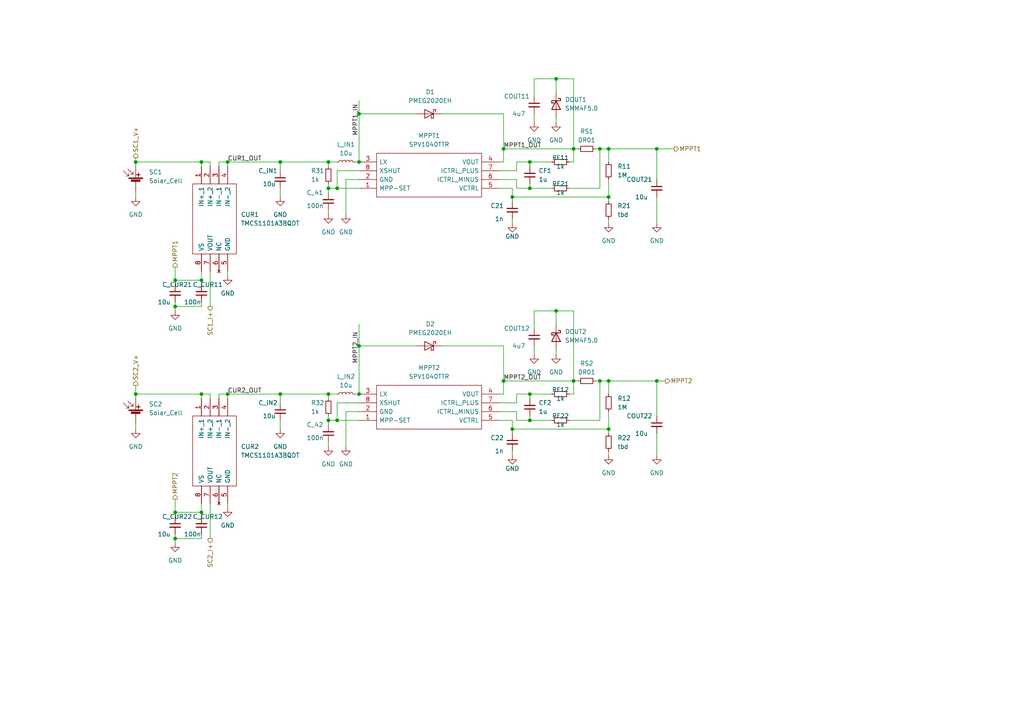
<source format=kicad_sch>
(kicad_sch (version 20211123) (generator eeschema)
  (paper "A4")
  (lib_symbols
    (symbol "Device:C_Small" (pin_numbers hide) (pin_names (offset 0.254) hide)
      (property "Reference" "C" (at 0.254 1.778 0))
      (property "Value" "C_Small" (at 0.254 -2.032 0))
      (symbol "C_Small_0_1"
        (polyline (pts (xy -1.524 -0.508) (xy 1.524 -0.508)) (stroke (width 0.3302)))
        (polyline (pts (xy -1.524 0.508) (xy 1.524 0.508)) (stroke (width 0.3048)))
      )
      (symbol "C_Small_1_1"
        (pin passive line (at 0 2.54 270) (length 2.032) (name "~") (number "1"))
        (pin passive line (at 0 -2.54 90) (length 2.032) (name "~") (number "2"))
      )
    )
    (symbol "Device:D_Schottky" (pin_numbers hide) (pin_names (offset 1.016) hide)
      (property "Reference" "D" (at 0 2.54 0))
      (property "Value" "D_Schottky" (at 0 -2.54 0))
      (symbol "D_Schottky_0_1"
        (polyline (pts (xy 1.27 0) (xy -1.27 0)))
        (polyline (pts (xy 1.27 1.27) (xy 1.27 -1.27) (xy -1.27 0) (xy 1.27 1.27)) (stroke (width 0.254)))
        (polyline (pts (xy -1.905 0.635) (xy -1.905 1.27) (xy -1.27 1.27) (xy -1.27 -1.27) (xy -0.635 -1.27) (xy -0.635 -0.635)) (stroke (width 0.254)))
      )
      (symbol "D_Schottky_1_1"
        (pin passive line (at -3.81 0 0) (length 2.54) (name "K") (number "1"))
        (pin passive line (at 3.81 0 180) (length 2.54) (name "A") (number "2"))
      )
    )
    (symbol "Device:L_Small" (pin_numbers hide) (pin_names (offset 0.254) hide)
      (property "Reference" "L" (at 0.762 1.016 0))
      (property "Value" "L_Small" (at 0.762 -1.016 0))
      (symbol "L_Small_0_1"
        (arc (start 0 -2.032) (mid 0.508 -1.524) (end 0 -1.016))
        (arc (start 0 -1.016) (mid 0.508 -0.508) (end 0 0))
        (arc (start 0 0) (mid 0.508 0.508) (end 0 1.016))
        (arc (start 0 1.016) (mid 0.508 1.524) (end 0 2.032))
      )
      (symbol "L_Small_1_1"
        (pin passive line (at 0 2.54 270) (length 0.508) (name "~") (number "1"))
        (pin passive line (at 0 -2.54 90) (length 0.508) (name "~") (number "2"))
      )
    )
    (symbol "Device:R_Small" (pin_numbers hide) (pin_names (offset 0.254) hide)
      (property "Reference" "R" (at 0.762 0.508 0))
      (property "Value" "R_Small" (at 0.762 -1.016 0))
      (symbol "R_Small_0_1"
        (rectangle (start -0.762 1.778) (end 0.762 -1.778) (stroke (width 0.2032)))
      )
      (symbol "R_Small_1_1"
        (pin passive line (at 0 2.54 270) (length 0.762) (name "~") (number "1"))
        (pin passive line (at 0 -2.54 90) (length 0.762) (name "~") (number "2"))
      )
    )
    (symbol "Device:Solar_Cell" (pin_numbers hide) (pin_names (offset 0) hide)
      (property "Reference" "SC" (at 2.54 2.54 0))
      (property "Value" "Solar_Cell" (at 2.54 0 0))
      (symbol "Solar_Cell_0_1"
        (rectangle (start -2.032 1.778) (end 2.032 1.524) (fill (type outline)))
        (rectangle (start -1.3208 1.1938) (end 1.27 0.6858) (fill (type outline)))
        (polyline (pts (xy -2.032 2.286) (xy -3.556 3.81)))
        (polyline (pts (xy -0.762 2.794) (xy -2.286 4.318)))
        (polyline (pts (xy 0 0.762) (xy 0 0)))
        (polyline (pts (xy 0 1.778) (xy 0 2.54)))
        (polyline (pts (xy 0.254 2.667) (xy 1.27 2.667)) (stroke (width 0.254)))
        (polyline (pts (xy 0.762 3.175) (xy 0.762 2.159)) (stroke (width 0.254)))
        (polyline (pts (xy -2.032 3.048) (xy -2.032 2.286) (xy -2.794 2.286)))
        (polyline (pts (xy -0.762 3.556) (xy -0.762 2.794) (xy -1.524 2.794)))
      )
      (symbol "Solar_Cell_1_1"
        (pin passive line (at 0 5.08 270) (length 2.54) (name "+") (number "1"))
        (pin passive line (at 0 -2.54 90) (length 2.54) (name "-") (number "2"))
      )
    )
    (symbol "Diode:PMEG2020EH" (pin_numbers hide) (pin_names hide)
      (property "Reference" "D" (at 0 2.54 0))
      (property "Value" "PMEG2020EH" (at 0 -2.54 0))
      (symbol "PMEG2020EH_0_1"
        (polyline (pts (xy 1.27 0) (xy -1.27 0)))
        (polyline (pts (xy 1.27 1.27) (xy 1.27 -1.27) (xy -1.27 0) (xy 1.27 1.27)) (stroke (width 0.2032)))
        (polyline (pts (xy -1.905 0.635) (xy -1.905 1.27) (xy -1.27 1.27) (xy -1.27 -1.27) (xy -0.635 -1.27) (xy -0.635 -0.635)) (stroke (width 0.2032)))
      )
      (symbol "PMEG2020EH_1_1"
        (pin passive line (at -3.81 0 0) (length 2.54) (name "K") (number "1"))
        (pin passive line (at 3.81 0 180) (length 2.54) (name "A") (number "2"))
      )
    )
    (symbol "SamacSys:SPV1040TTR" (pin_names (offset 0.762))
      (property "Reference" "IC?" (at 20.32 7.62 0))
      (property "Value" "SPV1040TTR" (at 20.32 5.08 0))
      (symbol "SPV1040TTR_0_0"
        (pin input line (at 0 -7.62 0) (length 5.08) (name "MPP-SET") (number "1"))
        (pin power_in line (at 0 -5.08 0) (length 5.08) (name "GND") (number "2"))
        (pin input line (at 0 0 0) (length 5.08) (name "LX") (number "3"))
        (pin output line (at 40.64 0 180) (length 5.08) (name "VOUT") (number "4"))
        (pin input line (at 40.64 -7.62 180) (length 5.08) (name "VCTRL") (number "5"))
        (pin input line (at 40.64 -5.08 180) (length 5.08) (name "ICTRL_MINUS") (number "6"))
        (pin input line (at 40.64 -2.54 180) (length 5.08) (name "ICTRL_PLUS") (number "7"))
        (pin input line (at 0 -2.54 0) (length 5.08) (name "XSHUT") (number "8"))
      )
      (symbol "SPV1040TTR_0_1"
        (polyline (pts (xy 5.08 2.54) (xy 35.56 2.54) (xy 35.56 -10.16) (xy 5.08 -10.16) (xy 5.08 2.54)) (stroke (width 0.1524)))
      )
    )
    (symbol "SamacSys_Parts:TMCS1101A3BQDT" (pin_names (offset 0.762))
      (property "Reference" "IC" (at 26.67 7.62 0))
      (property "Value" "TMCS1101A3BQDT" (at 26.67 5.08 0))
      (symbol "TMCS1101A3BQDT_0_0"
        (pin passive line (at 0 0 0) (length 5.08) (name "IN+_1") (number "1"))
        (pin passive line (at 0 -2.54 0) (length 5.08) (name "IN+_2") (number "2"))
        (pin passive line (at 0 -5.08 0) (length 5.08) (name "IN-_1") (number "3"))
        (pin passive line (at 0 -7.62 0) (length 5.08) (name "IN-_2") (number "4"))
        (pin passive line (at 30.48 -7.62 180) (length 5.08) (name "GND") (number "5"))
        (pin no_connect line (at 30.48 -5.08 180) (length 5.08) (name "NC") (number "6"))
        (pin passive line (at 30.48 -2.54 180) (length 5.08) (name "VOUT") (number "7"))
        (pin passive line (at 30.48 0 180) (length 5.08) (name "VS") (number "8"))
      )
      (symbol "TMCS1101A3BQDT_0_1"
        (polyline (pts (xy 5.08 2.54) (xy 25.4 2.54) (xy 25.4 -10.16) (xy 5.08 -10.16) (xy 5.08 2.54)) (stroke (width 0.1524)))
      )
    )
    (symbol "power:GND" (power) (pin_names (offset 0))
      (property "Value" "GND" (at 0 -3.81 0))
      (symbol "GND_0_1"
        (polyline (pts (xy 0 0) (xy 0 -1.27) (xy 1.27 -1.27) (xy 0 -2.54) (xy -1.27 -1.27) (xy 0 -1.27)))
      )
      (symbol "GND_1_1"
        (pin power_in line (at 0 0 270) (length 0) hide (name "GND") (number "1"))
      )
    )
  )
  (junction (at 58.42 148.59))
  (junction (at 104.14 46.99))
  (junction (at 166.37 110.49))
  (junction (at 176.53 57.15))
  (junction (at 95.25 121.92))
  (junction (at 97.79 121.92))
  (junction (at 190.5 43.18))
  (junction (at 153.67 46.99))
  (junction (at 104.14 33.02))
  (junction (at 58.42 81.28))
  (junction (at 97.79 54.61))
  (junction (at 166.37 43.18))
  (junction (at 148.59 57.15))
  (junction (at 58.42 46.99))
  (junction (at 190.5 110.49))
  (junction (at 66.04 46.99))
  (junction (at 173.99 43.18))
  (junction (at 50.8 88.9))
  (junction (at 153.67 114.3))
  (junction (at 153.67 121.92))
  (junction (at 153.67 54.61))
  (junction (at 39.37 46.99))
  (junction (at 146.05 110.49))
  (junction (at 176.53 124.46))
  (junction (at 95.25 46.99))
  (junction (at 50.8 81.28))
  (junction (at 176.53 110.49))
  (junction (at 50.8 148.59))
  (junction (at 58.42 114.3))
  (junction (at 148.59 124.46))
  (junction (at 81.28 114.3))
  (junction (at 81.28 46.99))
  (junction (at 173.99 110.49))
  (junction (at 66.04 114.3))
  (junction (at 146.05 43.18))
  (junction (at 104.14 100.33))
  (junction (at 95.25 114.3))
  (junction (at 95.25 54.61))
  (junction (at 161.29 22.86))
  (junction (at 104.14 114.3))
  (junction (at 176.53 43.18))
  (junction (at 39.37 114.3))
  (junction (at 50.8 156.21))
  (junction (at 161.29 90.17))
  (wire (pts (xy 39.37 46.99) (xy 39.37 48.26)))
  (wire (pts (xy 81.28 121.92) (xy 81.28 124.46)))
  (wire (pts (xy 165.1 54.61) (xy 173.99 54.61)))
  (wire (pts (xy 63.5 46.99) (xy 63.5 48.26)))
  (wire (pts (xy 50.8 156.21) (xy 58.42 156.21)))
  (wire (pts (xy 97.79 49.53) (xy 97.79 54.61)))
  (wire (pts (xy 97.79 116.84) (xy 97.79 121.92)))
  (wire (pts (xy 161.29 90.17) (xy 166.37 90.17)))
  (wire (pts (xy 153.67 121.92) (xy 153.67 120.65)))
  (wire (pts (xy 148.59 57.15) (xy 148.59 54.61)))
  (wire (pts (xy 50.8 156.21) (xy 50.8 157.48)))
  (wire (pts (xy 50.8 88.9) (xy 58.42 88.9)))
  (wire (pts (xy 128.27 100.33) (xy 146.05 100.33)))
  (wire (pts (xy 154.94 27.94) (xy 154.94 22.86)))
  (wire (pts (xy 153.67 46.99) (xy 160.02 46.99)))
  (wire (pts (xy 104.14 49.53) (xy 97.79 49.53)))
  (wire (pts (xy 148.59 124.46) (xy 148.59 121.92)))
  (wire (pts (xy 97.79 121.92) (xy 95.25 121.92)))
  (wire (pts (xy 95.25 114.3) (xy 97.79 114.3)))
  (wire (pts (xy 66.04 46.99) (xy 81.28 46.99)))
  (wire (pts (xy 95.25 54.61) (xy 95.25 55.88)))
  (wire (pts (xy 153.67 121.92) (xy 160.02 121.92)))
  (wire (pts (xy 153.67 46.99) (xy 149.86 46.99)))
  (wire (pts (xy 149.86 54.61) (xy 153.67 54.61)))
  (wire (pts (xy 161.29 34.29) (xy 161.29 35.56)))
  (wire (pts (xy 81.28 116.84) (xy 81.28 114.3)))
  (wire (pts (xy 104.14 119.38) (xy 100.33 119.38)))
  (wire (pts (xy 176.53 124.46) (xy 148.59 124.46)))
  (wire (pts (xy 166.37 114.3) (xy 165.1 114.3)))
  (wire (pts (xy 193.04 110.49) (xy 190.5 110.49)))
  (wire (pts (xy 58.42 114.3) (xy 60.96 114.3)))
  (wire (pts (xy 190.5 110.49) (xy 176.53 110.49)))
  (wire (pts (xy 149.86 119.38) (xy 149.86 121.92)))
  (wire (pts (xy 104.14 33.02) (xy 104.14 46.99)))
  (wire (pts (xy 166.37 43.18) (xy 167.64 43.18)))
  (wire (pts (xy 166.37 22.86) (xy 166.37 43.18)))
  (wire (pts (xy 50.8 81.28) (xy 50.8 82.55)))
  (wire (pts (xy 176.53 43.18) (xy 173.99 43.18)))
  (wire (pts (xy 144.78 52.07) (xy 149.86 52.07)))
  (wire (pts (xy 165.1 121.92) (xy 173.99 121.92)))
  (wire (pts (xy 81.28 49.53) (xy 81.28 46.99)))
  (wire (pts (xy 39.37 111.76) (xy 39.37 114.3)))
  (wire (pts (xy 95.25 114.3) (xy 95.25 115.57)))
  (wire (pts (xy 149.86 114.3) (xy 149.86 116.84)))
  (wire (pts (xy 154.94 33.02) (xy 154.94 35.56)))
  (wire (pts (xy 153.67 54.61) (xy 160.02 54.61)))
  (wire (pts (xy 104.14 121.92) (xy 97.79 121.92)))
  (wire (pts (xy 60.96 114.3) (xy 60.96 115.57)))
  (wire (pts (xy 161.29 22.86) (xy 161.29 26.67)))
  (wire (pts (xy 176.53 114.3) (xy 176.53 110.49)))
  (wire (pts (xy 190.5 125.73) (xy 190.5 132.08)))
  (wire (pts (xy 104.14 100.33) (xy 104.14 114.3)))
  (wire (pts (xy 166.37 110.49) (xy 167.64 110.49)))
  (wire (pts (xy 50.8 148.59) (xy 50.8 149.86)))
  (wire (pts (xy 60.96 46.99) (xy 60.96 48.26)))
  (wire (pts (xy 58.42 78.74) (xy 58.42 81.28)))
  (wire (pts (xy 58.42 154.94) (xy 58.42 156.21)))
  (wire (pts (xy 149.86 49.53) (xy 144.78 49.53)))
  (wire (pts (xy 154.94 95.25) (xy 154.94 90.17)))
  (wire (pts (xy 97.79 54.61) (xy 95.25 54.61)))
  (wire (pts (xy 58.42 87.63) (xy 58.42 88.9)))
  (wire (pts (xy 50.8 87.63) (xy 50.8 88.9)))
  (wire (pts (xy 172.72 110.49) (xy 173.99 110.49)))
  (wire (pts (xy 95.25 54.61) (xy 95.25 53.34)))
  (wire (pts (xy 95.25 128.27) (xy 95.25 129.54)))
  (wire (pts (xy 144.78 119.38) (xy 149.86 119.38)))
  (wire (pts (xy 58.42 146.05) (xy 58.42 148.59)))
  (wire (pts (xy 172.72 43.18) (xy 173.99 43.18)))
  (wire (pts (xy 66.04 78.74) (xy 66.04 80.01)))
  (wire (pts (xy 146.05 43.18) (xy 166.37 43.18)))
  (wire (pts (xy 58.42 46.99) (xy 60.96 46.99)))
  (wire (pts (xy 100.33 52.07) (xy 100.33 62.23)))
  (wire (pts (xy 153.67 114.3) (xy 160.02 114.3)))
  (wire (pts (xy 176.53 52.07) (xy 176.53 57.15)))
  (wire (pts (xy 144.78 54.61) (xy 148.59 54.61)))
  (wire (pts (xy 195.58 43.18) (xy 190.5 43.18)))
  (wire (pts (xy 166.37 110.49) (xy 166.37 114.3)))
  (wire (pts (xy 104.14 93.98) (xy 104.14 100.33)))
  (wire (pts (xy 104.14 100.33) (xy 120.65 100.33)))
  (wire (pts (xy 100.33 119.38) (xy 100.33 129.54)))
  (wire (pts (xy 161.29 22.86) (xy 166.37 22.86)))
  (wire (pts (xy 104.14 33.02) (xy 120.65 33.02)))
  (wire (pts (xy 63.5 114.3) (xy 63.5 115.57)))
  (wire (pts (xy 190.5 57.15) (xy 190.5 64.77)))
  (wire (pts (xy 153.67 115.57) (xy 153.67 114.3)))
  (wire (pts (xy 146.05 46.99) (xy 146.05 43.18)))
  (wire (pts (xy 190.5 110.49) (xy 190.5 120.65)))
  (wire (pts (xy 95.25 46.99) (xy 97.79 46.99)))
  (wire (pts (xy 153.67 54.61) (xy 153.67 53.34)))
  (wire (pts (xy 81.28 114.3) (xy 95.25 114.3)))
  (wire (pts (xy 58.42 148.59) (xy 58.42 149.86)))
  (wire (pts (xy 66.04 114.3) (xy 66.04 115.57)))
  (wire (pts (xy 146.05 100.33) (xy 146.05 110.49)))
  (wire (pts (xy 176.53 46.99) (xy 176.53 43.18)))
  (wire (pts (xy 95.25 60.96) (xy 95.25 62.23)))
  (wire (pts (xy 50.8 144.78) (xy 50.8 148.59)))
  (wire (pts (xy 60.96 146.05) (xy 60.96 156.21)))
  (wire (pts (xy 95.25 121.92) (xy 95.25 120.65)))
  (wire (pts (xy 190.5 43.18) (xy 176.53 43.18)))
  (wire (pts (xy 166.37 90.17) (xy 166.37 110.49)))
  (wire (pts (xy 153.67 48.26) (xy 153.67 46.99)))
  (wire (pts (xy 104.14 116.84) (xy 97.79 116.84)))
  (wire (pts (xy 148.59 132.08) (xy 148.59 130.81)))
  (wire (pts (xy 63.5 114.3) (xy 66.04 114.3)))
  (wire (pts (xy 50.8 148.59) (xy 58.42 148.59)))
  (wire (pts (xy 63.5 46.99) (xy 66.04 46.99)))
  (wire (pts (xy 39.37 45.72) (xy 39.37 46.99)))
  (wire (pts (xy 176.53 130.81) (xy 176.53 132.08)))
  (wire (pts (xy 190.5 43.18) (xy 190.5 52.07)))
  (wire (pts (xy 104.14 54.61) (xy 97.79 54.61)))
  (wire (pts (xy 39.37 123.19) (xy 39.37 124.46)))
  (wire (pts (xy 176.53 125.73) (xy 176.53 124.46)))
  (wire (pts (xy 104.14 52.07) (xy 100.33 52.07)))
  (wire (pts (xy 66.04 46.99) (xy 66.04 48.26)))
  (wire (pts (xy 58.42 81.28) (xy 58.42 82.55)))
  (wire (pts (xy 161.29 101.6) (xy 161.29 102.87)))
  (wire (pts (xy 146.05 110.49) (xy 166.37 110.49)))
  (wire (pts (xy 39.37 114.3) (xy 58.42 114.3)))
  (wire (pts (xy 95.25 121.92) (xy 95.25 123.19)))
  (wire (pts (xy 146.05 33.02) (xy 146.05 43.18)))
  (wire (pts (xy 149.86 116.84) (xy 144.78 116.84)))
  (wire (pts (xy 50.8 77.47) (xy 50.8 81.28)))
  (wire (pts (xy 154.94 22.86) (xy 161.29 22.86)))
  (wire (pts (xy 39.37 46.99) (xy 58.42 46.99)))
  (wire (pts (xy 149.86 121.92) (xy 153.67 121.92)))
  (wire (pts (xy 66.04 114.3) (xy 81.28 114.3)))
  (wire (pts (xy 176.53 119.38) (xy 176.53 124.46)))
  (wire (pts (xy 58.42 46.99) (xy 58.42 48.26)))
  (wire (pts (xy 128.27 33.02) (xy 146.05 33.02)))
  (wire (pts (xy 176.53 57.15) (xy 148.59 57.15)))
  (wire (pts (xy 50.8 88.9) (xy 50.8 90.17)))
  (wire (pts (xy 149.86 46.99) (xy 149.86 49.53)))
  (wire (pts (xy 95.25 46.99) (xy 95.25 48.26)))
  (wire (pts (xy 81.28 54.61) (xy 81.28 57.15)))
  (wire (pts (xy 60.96 78.74) (xy 60.96 88.9)))
  (wire (pts (xy 148.59 124.46) (xy 148.59 125.73)))
  (wire (pts (xy 148.59 64.77) (xy 148.59 63.5)))
  (wire (pts (xy 176.53 63.5) (xy 176.53 64.77)))
  (wire (pts (xy 144.78 46.99) (xy 146.05 46.99)))
  (wire (pts (xy 173.99 110.49) (xy 173.99 121.92)))
  (wire (pts (xy 102.87 114.3) (xy 104.14 114.3)))
  (wire (pts (xy 58.42 114.3) (xy 58.42 115.57)))
  (wire (pts (xy 104.14 29.21) (xy 104.14 33.02)))
  (wire (pts (xy 161.29 90.17) (xy 161.29 93.98)))
  (wire (pts (xy 176.53 110.49) (xy 173.99 110.49)))
  (wire (pts (xy 166.37 46.99) (xy 165.1 46.99)))
  (wire (pts (xy 146.05 114.3) (xy 146.05 110.49)))
  (wire (pts (xy 153.67 114.3) (xy 149.86 114.3)))
  (wire (pts (xy 39.37 55.88) (xy 39.37 57.15)))
  (wire (pts (xy 154.94 100.33) (xy 154.94 102.87)))
  (wire (pts (xy 148.59 57.15) (xy 148.59 58.42)))
  (wire (pts (xy 144.78 114.3) (xy 146.05 114.3)))
  (wire (pts (xy 144.78 121.92) (xy 148.59 121.92)))
  (wire (pts (xy 66.04 146.05) (xy 66.04 147.32)))
  (wire (pts (xy 50.8 154.94) (xy 50.8 156.21)))
  (wire (pts (xy 50.8 81.28) (xy 58.42 81.28)))
  (wire (pts (xy 39.37 114.3) (xy 39.37 115.57)))
  (wire (pts (xy 102.87 46.99) (xy 104.14 46.99)))
  (wire (pts (xy 176.53 58.42) (xy 176.53 57.15)))
  (wire (pts (xy 149.86 52.07) (xy 149.86 54.61)))
  (wire (pts (xy 166.37 43.18) (xy 166.37 46.99)))
  (wire (pts (xy 81.28 46.99) (xy 95.25 46.99)))
  (wire (pts (xy 154.94 90.17) (xy 161.29 90.17)))
  (wire (pts (xy 173.99 43.18) (xy 173.99 54.61)))
  (label "CUR1_OUT" (at 66.04 46.99 0))
  (label "CUR2_OUT" (at 66.04 114.3 0))
  (label "MPPT1_OUT" (at 146.05 43.18 0))
  (label "MPPT2_OUT" (at 146.05 110.49 0))
  (label "MPPT2_IN" (at 104.14 105.41 90))
  (label "MPPT1_IN" (at 104.14 39.37 90))
  (hierarchical_label "MPPT1" (shape output) (at 50.8 77.47 90))
  (hierarchical_label "SC2_V+" (shape output) (at 39.37 111.76 90))
  (hierarchical_label "SC2_I+" (shape output) (at 60.96 156.21 270))
  (hierarchical_label "SC1_I+" (shape output) (at 60.96 88.9 270))
  (hierarchical_label "SC1_V+" (shape output) (at 39.37 45.72 90))
  (hierarchical_label "MPPT2" (shape output) (at 50.8 144.78 90))
  (hierarchical_label "MPPT2" (shape output) (at 193.04 110.49 0))
  (hierarchical_label "MPPT1" (shape output) (at 195.58 43.18 0))
  (symbol (lib_id "Diode:PMEG2020EH") (at 124.46 100.33 0) (mirror y) (unit 1)
    (property "Reference" "D2" (at 124.7775 93.98 0))
    (property "Value" "PMEG2020EH" (at 124.7775 96.52 0))
    (property "Footprint" "Diode_SMD:D_SOD-123F" (effects hide))
    (property "Datasheet" "https://assets.nexperia.com/documents/data-sheet/PMEG2020EH_EJ.pdf" (effects hide))
  )
  (symbol (lib_id "Device:R_Small") (at 170.18 43.18 270) (unit 1)
    (property "Reference" "RS1" (at 170.18 38.1 90))
    (property "Value" "0R01" (at 170.18 40.64 90))
    (property "Footprint" "Resistor_SMD:R_0603_1608Metric" (effects hide))
  )
  (symbol (lib_id "Device:L_Small") (at 100.33 114.3 90) (unit 1)
    (property "Reference" "L_IN2" (at 100.33 109.22 90))
    (property "Value" "10u" (at 100.33 111.76 90))
    (property "Footprint" "STS_Inductor_SMD:XAL6060103MEC" (effects hide))
  )
  (symbol (lib_id "power:GND") (at 161.29 102.87 0) (unit 1)
    (property "Reference" "#PWR017" (effects hide))
    (property "Value" "GND" (at 161.29 107.95 0))
  )
  (symbol (lib_id "Device:C_Small") (at 58.42 152.4 180) (unit 1)
    (property "Reference" "C_CUR12" (at 55.88 149.86 0) (effects (justify right)))
    (property "Value" "100n" (at 53.34 154.94 0) (effects (justify right)))
    (property "Footprint" "Capacitor_SMD:C_0603_1608Metric" (effects hide))
  )
  (symbol (lib_id "Device:C_Small") (at 148.59 60.96 0) (unit 1)
    (property "Reference" "C21" (at 142.24 59.69 0) (effects (justify left)))
    (property "Value" "1n" (at 143.51 63.5 0) (effects (justify left)))
    (property "Footprint" "Capacitor_SMD:C_0603_1608Metric" (effects hide))
  )
  (symbol (lib_id "power:GND") (at 81.28 124.46 0) (unit 1)
    (property "Reference" "#PWR09" (effects hide))
    (property "Value" "GND" (at 81.28 129.54 0))
  )
  (symbol (lib_id "Device:C_Small") (at 190.5 54.61 0) (unit 1)
    (property "Reference" "COUT21" (at 189.23 52.07 0) (effects (justify right)))
    (property "Value" "10u" (at 187.96 57.15 0) (effects (justify right)))
    (property "Footprint" "Capacitor_SMD:C_0603_1608Metric" (effects hide))
  )
  (symbol (lib_id "Device:C_Small") (at 190.5 123.19 0) (unit 1)
    (property "Reference" "COUT22" (at 189.23 120.65 0) (effects (justify right)))
    (property "Value" "10u" (at 187.96 125.73 0) (effects (justify right)))
    (property "Footprint" "Capacitor_SMD:C_0603_1608Metric" (effects hide))
  )
  (symbol (lib_id "power:GND") (at 95.25 62.23 0) (unit 1)
    (property "Reference" "#PWR010" (effects hide))
    (property "Value" "GND" (at 95.25 67.31 0))
  )
  (symbol (lib_id "power:GND") (at 190.5 132.08 0) (unit 1)
    (property "Reference" "#PWR0110" (effects hide))
    (property "Value" "GND" (at 190.5 137.16 0))
  )
  (symbol (lib_id "Device:Solar_Cell") (at 39.37 120.65 0) (unit 1)
    (property "Reference" "SC2" (at 43.18 117.2209 0) (effects (justify left)))
    (property "Value" "Solar_Cell" (at 43.18 119.7609 0) (effects (justify left)))
    (property "Footprint" "STS_Solarcells:3G30A_40x80" (effects hide))
  )
  (symbol (lib_id "Device:R_Small") (at 176.53 60.96 180) (unit 1)
    (property "Reference" "R21" (at 179.07 59.6899 0) (effects (justify right)))
    (property "Value" "tbd" (at 179.07 62.2299 0) (effects (justify right)))
    (property "Footprint" "Resistor_SMD:R_0603_1608Metric" (effects hide))
  )
  (symbol (lib_id "power:GND") (at 176.53 132.08 0) (unit 1)
    (property "Reference" "#PWR018" (effects hide))
    (property "Value" "GND" (at 176.53 137.16 0))
  )
  (symbol (lib_id "power:GND") (at 95.25 129.54 0) (unit 1)
    (property "Reference" "#PWR011" (effects hide))
    (property "Value" "GND" (at 95.25 134.62 0))
  )
  (symbol (lib_id "Device:C_Small") (at 81.28 119.38 0) (unit 1)
    (property "Reference" "C_IN2" (at 74.93 116.84 0) (effects (justify left)))
    (property "Value" "10u" (at 76.2 120.65 0) (effects (justify left)))
    (property "Footprint" "Capacitor_SMD:C_0603_1608Metric" (effects hide))
  )
  (symbol (lib_id "Device:R_Small") (at 176.53 49.53 180) (unit 1)
    (property "Reference" "R11" (at 179.07 48.2599 0) (effects (justify right)))
    (property "Value" "1M" (at 179.07 50.7999 0) (effects (justify right)))
    (property "Footprint" "Resistor_SMD:R_0603_1608Metric" (effects hide))
  )
  (symbol (lib_id "Device:R_Small") (at 95.25 50.8 180) (unit 1)
    (property "Reference" "R31" (at 90.17 49.53 0) (effects (justify right)))
    (property "Value" "1k" (at 90.17 52.07 0) (effects (justify right)))
    (property "Footprint" "Resistor_SMD:R_0603_1608Metric" (effects hide))
  )
  (symbol (lib_id "Device:R_Small") (at 170.18 110.49 270) (unit 1)
    (property "Reference" "RS2" (at 170.18 105.41 90))
    (property "Value" "0R01" (at 170.18 107.95 90))
    (property "Footprint" "Resistor_SMD:R_0603_1608Metric" (effects hide))
  )
  (symbol (lib_id "Device:C_Small") (at 154.94 97.79 0) (unit 1)
    (property "Reference" "COUT12" (at 153.67 95.25 0) (effects (justify right)))
    (property "Value" "4u7" (at 152.4 100.33 0) (effects (justify right)))
    (property "Footprint" "Capacitor_SMD:C_0603_1608Metric" (effects hide))
  )
  (symbol (lib_id "power:GND") (at 39.37 57.15 0) (unit 1)
    (property "Reference" "#PWR0108" (effects hide))
    (property "Value" "GND" (at 39.37 62.23 0))
  )
  (symbol (lib_id "power:GND") (at 66.04 80.01 0) (unit 1)
    (property "Reference" "#PWR07" (effects hide))
    (property "Value" "GND" (at 66.04 85.09 0))
  )
  (symbol (lib_id "Device:D_Schottky") (at 161.29 97.79 270) (unit 1)
    (property "Reference" "DOUT2" (at 163.83 96.2024 90) (effects (justify left)))
    (property "Value" "SMM4F5.0" (at 163.83 98.7424 90) (effects (justify left)))
    (property "Footprint" "SamacSys:STMITE" (effects hide))
  )
  (symbol (lib_id "SamacSys:SPV1040TTR") (at 104.14 46.99 0) (unit 1)
    (property "Reference" "MPPT1" (at 124.46 39.37 0))
    (property "Value" "SPV1040TTR" (at 124.46 41.91 0))
    (property "Footprint" "Package_SO:TSSOP-8_4.4x3mm_P0.65mm" (effects hide))
    (property "Description" "Switching Voltage Regulators Hi Eff Solar Charger MPPT 0.3V to 5.5V" (effects hide))
    (property "Height" "1.2" (effects hide))
    (property "Mouser Part Number" "511-SPV1040TTR" (effects hide))
    (property "Mouser Price/Stock" "https://www.mouser.co.uk/ProductDetail/STMicroelectronics/SPV1040TTR?qs=AHLdMMsI%252Bhr%2Fj5DYN1qCwQ%3D%3D" (effects hide))
    (property "Manufacturer_Name" "STMicroelectronics" (effects hide))
    (property "Manufacturer_Part_Number" "SPV1040TTR" (effects hide))
  )
  (symbol (lib_id "Diode:PMEG2020EH") (at 124.46 33.02 0) (mirror y) (unit 1)
    (property "Reference" "D1" (at 124.7775 26.67 0))
    (property "Value" "PMEG2020EH" (at 124.7775 29.21 0))
    (property "Footprint" "Diode_SMD:D_SOD-123F" (effects hide))
    (property "Datasheet" "https://assets.nexperia.com/documents/data-sheet/PMEG2020EH_EJ.pdf" (effects hide))
  )
  (symbol (lib_id "Device:R_Small") (at 162.56 46.99 270) (unit 1)
    (property "Reference" "RF11" (at 162.56 45.72 90))
    (property "Value" "1k" (at 162.56 48.26 90))
    (property "Footprint" "Resistor_SMD:R_0603_1608Metric" (effects hide))
  )
  (symbol (lib_id "power:GND") (at 154.94 35.56 0) (unit 1)
    (property "Reference" "#PWR014" (effects hide))
    (property "Value" "GND" (at 154.94 40.64 0))
  )
  (symbol (lib_id "Device:C_Small") (at 81.28 52.07 0) (unit 1)
    (property "Reference" "C_IN1" (at 74.93 49.53 0) (effects (justify left)))
    (property "Value" "10u" (at 76.2 53.34 0) (effects (justify left)))
    (property "Footprint" "Capacitor_SMD:C_0603_1608Metric" (effects hide))
  )
  (symbol (lib_id "power:GND") (at 190.5 64.77 0) (unit 1)
    (property "Reference" "#PWR0109" (effects hide))
    (property "Value" "GND" (at 190.5 69.85 0))
  )
  (symbol (lib_id "Device:C_Small") (at 154.94 30.48 0) (unit 1)
    (property "Reference" "COUT11" (at 153.67 27.94 0) (effects (justify right)))
    (property "Value" "4u7" (at 152.4 33.02 0) (effects (justify right)))
    (property "Footprint" "Capacitor_SMD:C_0603_1608Metric" (effects hide))
  )
  (symbol (lib_id "power:GND") (at 148.59 132.08 0) (unit 1)
    (property "Reference" "#PWR013" (effects hide))
    (property "Value" "GND" (at 148.59 135.89 0))
  )
  (symbol (lib_id "Device:R_Small") (at 162.56 54.61 270) (unit 1)
    (property "Reference" "RF21" (at 162.56 53.34 90))
    (property "Value" "1k" (at 162.56 55.88 90))
    (property "Footprint" "Resistor_SMD:R_0603_1608Metric" (effects hide))
  )
  (symbol (lib_id "SamacSys_Parts:TMCS1101A3BQDT") (at 58.42 48.26 90) (mirror x) (unit 1)
    (property "Reference" "CUR1" (at 69.85 62.2299 90) (effects (justify right)))
    (property "Value" "TMCS1101A3BQDT" (at 69.85 64.7699 90) (effects (justify right)))
    (property "Footprint" "Package_SO:SOIC-8_3.9x4.9mm_P1.27mm" (effects hide))
    (property "Datasheet" "http://www.ti.com/general/docs/lit/getliterature.tsp?genericPartNumber=TMCS1101&fileType=pdf" (effects hide))
    (property "Description" "Board Mount Current Sensors Precision isolated current sensor with internal reference 8-SOIC -40 to 125" (effects hide))
    (property "Height" "1.75" (effects hide))
    (property "Mouser Part Number" "595-TMCS1101A3BQDT" (effects hide))
    (property "Mouser Price/Stock" "https://www.mouser.co.uk/ProductDetail/Texas-Instruments/TMCS1101A3BQDT?qs=sPbYRqrBIVlcEjfuuH8LqA%3D%3D" (effects hide))
    (property "Manufacturer_Name" "Texas Instruments" (effects hide))
    (property "Manufacturer_Part_Number" "TMCS1101A3BQDT" (effects hide))
  )
  (symbol (lib_id "Device:R_Small") (at 176.53 128.27 180) (unit 1)
    (property "Reference" "R22" (at 179.07 126.9999 0) (effects (justify right)))
    (property "Value" "tbd" (at 179.07 129.5399 0) (effects (justify right)))
    (property "Footprint" "Resistor_SMD:R_0603_1608Metric" (effects hide))
  )
  (symbol (lib_id "Device:C_Small") (at 153.67 50.8 180) (unit 1)
    (property "Reference" "CF1" (at 156.21 49.5235 0) (effects (justify right)))
    (property "Value" "1u" (at 156.21 52.0635 0) (effects (justify right)))
    (property "Footprint" "Capacitor_SMD:C_0603_1608Metric" (effects hide))
  )
  (symbol (lib_id "Device:C_Small") (at 153.67 118.11 180) (unit 1)
    (property "Reference" "CF2" (at 156.21 116.8335 0) (effects (justify right)))
    (property "Value" "1u" (at 156.21 119.3735 0) (effects (justify right)))
    (property "Footprint" "Capacitor_SMD:C_0603_1608Metric" (effects hide))
  )
  (symbol (lib_id "power:GND") (at 39.37 124.46 0) (unit 1)
    (property "Reference" "#PWR0107" (effects hide))
    (property "Value" "GND" (at 39.37 129.54 0))
  )
  (symbol (lib_id "Device:C_Small") (at 50.8 152.4 0) (mirror y) (unit 1)
    (property "Reference" "C_CUR22" (at 46.99 149.86 0) (effects (justify right)))
    (property "Value" "10u" (at 45.72 154.94 0) (effects (justify right)))
    (property "Footprint" "Capacitor_SMD:C_0603_1608Metric" (effects hide))
  )
  (symbol (lib_id "Device:C_Small") (at 95.25 58.42 180) (unit 1)
    (property "Reference" "C_41" (at 88.9 55.88 0) (effects (justify right)))
    (property "Value" "100n" (at 88.9 59.69 0) (effects (justify right)))
    (property "Footprint" "Capacitor_SMD:C_0603_1608Metric" (effects hide))
  )
  (symbol (lib_id "power:GND") (at 154.94 102.87 0) (unit 1)
    (property "Reference" "#PWR015" (effects hide))
    (property "Value" "GND" (at 154.94 107.95 0))
  )
  (symbol (lib_id "power:GND") (at 66.04 147.32 0) (unit 1)
    (property "Reference" "#PWR08" (effects hide))
    (property "Value" "GND" (at 66.04 152.4 0))
  )
  (symbol (lib_id "Device:R_Small") (at 162.56 114.3 270) (unit 1)
    (property "Reference" "RF12" (at 162.56 113.03 90))
    (property "Value" "1k" (at 162.56 115.57 90))
    (property "Footprint" "Resistor_SMD:R_0603_1608Metric" (effects hide))
  )
  (symbol (lib_id "Device:C_Small") (at 50.8 85.09 0) (mirror y) (unit 1)
    (property "Reference" "C_CUR21" (at 46.99 82.55 0) (effects (justify right)))
    (property "Value" "10u" (at 45.72 87.63 0) (effects (justify right)))
    (property "Footprint" "Capacitor_SMD:C_0603_1608Metric" (effects hide))
  )
  (symbol (lib_id "SamacSys_Parts:TMCS1101A3BQDT") (at 58.42 115.57 90) (mirror x) (unit 1)
    (property "Reference" "CUR2" (at 69.85 129.5399 90) (effects (justify right)))
    (property "Value" "TMCS1101A3BQDT" (at 69.85 132.0799 90) (effects (justify right)))
    (property "Footprint" "Package_SO:SOIC-8_3.9x4.9mm_P1.27mm" (effects hide))
    (property "Datasheet" "http://www.ti.com/general/docs/lit/getliterature.tsp?genericPartNumber=TMCS1101&fileType=pdf" (effects hide))
    (property "Description" "Board Mount Current Sensors Precision isolated current sensor with internal reference 8-SOIC -40 to 125" (effects hide))
    (property "Height" "1.75" (effects hide))
    (property "Mouser Part Number" "595-TMCS1101A3BQDT" (effects hide))
    (property "Mouser Price/Stock" "https://www.mouser.co.uk/ProductDetail/Texas-Instruments/TMCS1101A3BQDT?qs=sPbYRqrBIVlcEjfuuH8LqA%3D%3D" (effects hide))
    (property "Manufacturer_Name" "Texas Instruments" (effects hide))
    (property "Manufacturer_Part_Number" "TMCS1101A3BQDT" (effects hide))
  )
  (symbol (lib_id "Device:L_Small") (at 100.33 46.99 90) (unit 1)
    (property "Reference" "L_IN1" (at 100.33 41.91 90))
    (property "Value" "10u" (at 100.33 44.45 90))
    (property "Footprint" "STS_Inductor_SMD:XAL6060103MEC" (effects hide))
  )
  (symbol (lib_id "Device:R_Small") (at 95.25 118.11 180) (unit 1)
    (property "Reference" "R32" (at 90.17 116.84 0) (effects (justify right)))
    (property "Value" "1k" (at 90.17 119.38 0) (effects (justify right)))
    (property "Footprint" "Resistor_SMD:R_0603_1608Metric" (effects hide))
  )
  (symbol (lib_id "power:GND") (at 50.8 90.17 0) (unit 1)
    (property "Reference" "#PWR01" (effects hide))
    (property "Value" "GND" (at 50.8 95.25 0))
  )
  (symbol (lib_id "Device:D_Schottky") (at 161.29 30.48 270) (unit 1)
    (property "Reference" "DOUT1" (at 163.83 28.8924 90) (effects (justify left)))
    (property "Value" "SMM4F5.0" (at 163.83 31.4324 90) (effects (justify left)))
    (property "Footprint" "SamacSys:STMITE" (effects hide))
  )
  (symbol (lib_id "power:GND") (at 176.53 64.77 0) (unit 1)
    (property "Reference" "#PWR0104" (effects hide))
    (property "Value" "GND" (at 176.53 69.85 0))
  )
  (symbol (lib_id "Device:C_Small") (at 148.59 128.27 0) (unit 1)
    (property "Reference" "C22" (at 142.24 127 0) (effects (justify left)))
    (property "Value" "1n" (at 143.51 130.81 0) (effects (justify left)))
    (property "Footprint" "Capacitor_SMD:C_0603_1608Metric" (effects hide))
  )
  (symbol (lib_id "Device:C_Small") (at 58.42 85.09 180) (unit 1)
    (property "Reference" "C_CUR11" (at 55.88 82.55 0) (effects (justify right)))
    (property "Value" "100n" (at 53.34 87.63 0) (effects (justify right)))
    (property "Footprint" "Capacitor_SMD:C_0603_1608Metric" (effects hide))
  )
  (symbol (lib_id "power:GND") (at 81.28 57.15 0) (unit 1)
    (property "Reference" "#PWR0106" (effects hide))
    (property "Value" "GND" (at 81.28 62.23 0))
  )
  (symbol (lib_id "power:GND") (at 100.33 129.54 0) (unit 1)
    (property "Reference" "#PWR012" (effects hide))
    (property "Value" "GND" (at 100.33 134.62 0))
  )
  (symbol (lib_id "Device:R_Small") (at 176.53 116.84 180) (unit 1)
    (property "Reference" "R12" (at 179.07 115.5699 0) (effects (justify right)))
    (property "Value" "1M" (at 179.07 118.1099 0) (effects (justify right)))
    (property "Footprint" "Resistor_SMD:R_0603_1608Metric" (effects hide))
  )
  (symbol (lib_id "power:GND") (at 148.59 64.77 0) (unit 1)
    (property "Reference" "#PWR0103" (effects hide))
    (property "Value" "GND" (at 148.59 68.58 0))
  )
  (symbol (lib_id "Device:Solar_Cell") (at 39.37 53.34 0) (unit 1)
    (property "Reference" "SC1" (at 43.18 49.9109 0) (effects (justify left)))
    (property "Value" "Solar_Cell" (at 43.18 52.4509 0) (effects (justify left)))
    (property "Footprint" "STS_Solarcells:3G30A_40x80" (effects hide))
  )
  (symbol (lib_id "power:GND") (at 100.33 62.23 0) (unit 1)
    (property "Reference" "#PWR0105" (effects hide))
    (property "Value" "GND" (at 100.33 67.31 0))
  )
  (symbol (lib_id "Device:R_Small") (at 162.56 121.92 270) (unit 1)
    (property "Reference" "RF22" (at 162.56 120.65 90))
    (property "Value" "1k" (at 162.56 123.19 90))
    (property "Footprint" "Resistor_SMD:R_0603_1608Metric" (effects hide))
  )
  (symbol (lib_id "Device:C_Small") (at 95.25 125.73 180) (unit 1)
    (property "Reference" "C_42" (at 88.9 123.19 0) (effects (justify right)))
    (property "Value" "100n" (at 88.9 127 0) (effects (justify right)))
    (property "Footprint" "Capacitor_SMD:C_0603_1608Metric" (effects hide))
  )
  (symbol (lib_id "power:GND") (at 50.8 157.48 0) (unit 1)
    (property "Reference" "#PWR06" (effects hide))
    (property "Value" "GND" (at 50.8 162.56 0))
  )
  (symbol (lib_id "power:GND") (at 161.29 35.56 0) (unit 1)
    (property "Reference" "#PWR016" (effects hide))
    (property "Value" "GND" (at 161.29 40.64 0))
  )
  (symbol (lib_id "SamacSys:SPV1040TTR") (at 104.14 114.3 0) (unit 1)
    (property "Reference" "MPPT2" (at 124.46 106.68 0))
    (property "Value" "SPV1040TTR" (at 124.46 109.22 0))
    (property "Footprint" "Package_SO:TSSOP-8_4.4x3mm_P0.65mm" (effects hide))
    (property "Description" "Switching Voltage Regulators Hi Eff Solar Charger MPPT 0.3V to 5.5V" (effects hide))
    (property "Height" "1.2" (effects hide))
    (property "Mouser Part Number" "511-SPV1040TTR" (effects hide))
    (property "Mouser Price/Stock" "https://www.mouser.co.uk/ProductDetail/STMicroelectronics/SPV1040TTR?qs=AHLdMMsI%252Bhr%2Fj5DYN1qCwQ%3D%3D" (effects hide))
    (property "Manufacturer_Name" "STMicroelectronics" (effects hide))
    (property "Manufacturer_Part_Number" "SPV1040TTR" (effects hide))
  )
)
</source>
